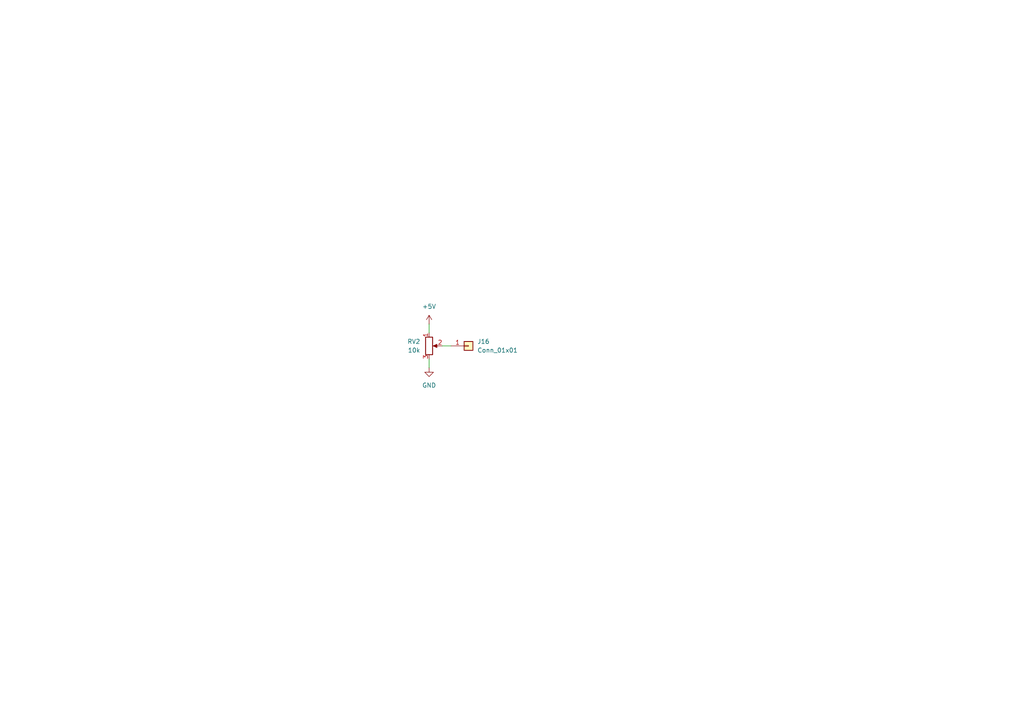
<source format=kicad_sch>
(kicad_sch (version 20250114) (generator "eeschema") (generator_version "9.0")
  (paper "A4")
  (lib_symbols
    (symbol "Connector_Generic:Conn_01x01" (pin_names (offset 1.016) (hide yes))
      (property "Reference" "J" (at 0 2.54 0))
      (property "Value" "Conn_01x01" (at 0 -2.54 0))
      (symbol "Conn_01x01_1_1"
        (rectangle (start -1.27 1.27) (end 1.27 -1.27) (stroke (width 0.254)) (fill (type background)))
        (rectangle (start -1.27 0.127) (end 0 -0.127) (stroke (width 0.1524)))
        (pin passive line (at -5.08 0 0) (length 3.81) (name "Pin_1") (number "1"))
      )
    )
    (symbol "Device:R_Potentiometer" (pin_names (offset 1.016) (hide yes))
      (property "Reference" "RV" (at -4.445 0 90))
      (property "Value" "R_Potentiometer" (at -2.54 0 90))
      (symbol "R_Potentiometer_0_1"
        (rectangle (start 1.016 2.54) (end -1.016 -2.54) (stroke (width 0.254)))
        (polyline (pts (xy 1.143 0) (xy 2.286 0.508) (xy 2.286 -0.508) (xy 1.143 0)) (fill (type outline)))
        (polyline (pts (xy 2.54 0) (xy 1.524 0)))
      )
      (symbol "R_Potentiometer_1_1"
        (pin passive line (at 0 3.81 270) (length 1.27) (name "1") (number "1"))
        (pin passive line (at 0 -3.81 90) (length 1.27) (name "3") (number "3"))
        (pin passive line (at 3.81 0 180) (length 1.27) (name "2") (number "2"))
      )
    )
    (symbol "power:+5V" (power) (pin_numbers (hide yes)) (pin_names (offset 0) (hide yes))
      (property "Value" "+5V" (at 0 3.556 0))
      (symbol "+5V_0_1"
        (polyline (pts (xy -0.762 1.27) (xy 0 2.54)))
        (polyline (pts (xy 0 2.54) (xy 0.762 1.27)))
        (polyline (pts (xy 0 0) (xy 0 2.54)))
      )
      (symbol "+5V_1_1"
        (pin power_in line (at 0 0 90) (length 0) (name "~") (number "1"))
      )
    )
    (symbol "power:GND" (power) (pin_numbers (hide yes)) (pin_names (offset 0) (hide yes))
      (property "Value" "GND" (at 0 -3.81 0))
      (symbol "GND_0_1"
        (polyline (pts (xy 0 0) (xy 0 -1.27) (xy 1.27 -1.27) (xy 0 -2.54) (xy -1.27 -1.27) (xy 0 -1.27)))
      )
      (symbol "GND_1_1"
        (pin power_in line (at 0 0 270) (length 0) (name "~") (number "1"))
      )
    )
  )
  (wire (pts (xy 124.46 93.98) (xy 124.46 96.52)))
  (wire (pts (xy 130.81 100.33) (xy 128.27 100.33)))
  (wire (pts (xy 124.46 106.68) (xy 124.46 104.14)))
  (symbol (lib_id "Device:R_Potentiometer") (at 124.46 100.33 0) (unit 1)
    (property "Reference" "RV2" (at 121.92 99.0599 0) (effects (justify right)))
    (property "Value" "10k" (at 121.92 101.5999 0) (effects (justify right)))
    (property "Description" "Potentiometer" (effects (hide yes)))
  )
  (symbol (lib_id "power:+5V") (at 124.46 93.98 0) (unit 1)
    (property "Reference" "#PWR027" (effects (hide yes)))
    (property "Value" "+5V" (at 124.46 88.9 0))
    (property "Description" "Power symbol creates a global label with name \"+5V\"" (effects (hide yes)))
  )
  (symbol (lib_id "power:GND") (at 124.46 106.68 0) (unit 1)
    (property "Reference" "#PWR028" (effects (hide yes)))
    (property "Value" "GND" (at 124.46 111.76 0))
    (property "Description" "Power symbol creates a global label with name \"GND\" , ground" (effects (hide yes)))
  )
  (symbol (lib_id "Connector_Generic:Conn_01x01") (at 135.89 100.33 0) (unit 1)
    (property "Reference" "J16" (at 138.43 99.0599 0) (effects (justify left)))
    (property "Value" "Conn_01x01" (at 138.43 101.5999 0) (effects (justify left)))
    (property "Description" "Generic connector, single row, 01x01, script generated (kicad-library-utils/schlib/autogen/connector/)" (effects (hide yes)))
  )
)
</source>
